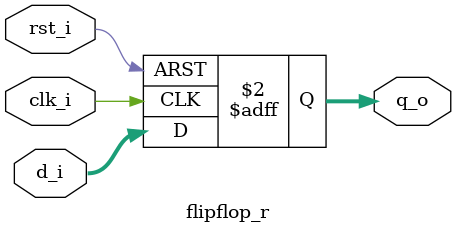
<source format=sv>

module flipflop_r #(
    parameter int WIDTH = 8
) (
    input logic clk_i,
    input logic rst_i,
    input logic [WIDTH-1:0] d_i,
    output logic [WIDTH-1:0] q_o
);

  //-Assignment

  always_ff @(posedge clk_i, posedge rst_i) begin
    if (rst_i) begin
      q_o <= 0;
    end else begin
      q_o <= d_i;
    end
  end

endmodule

</source>
